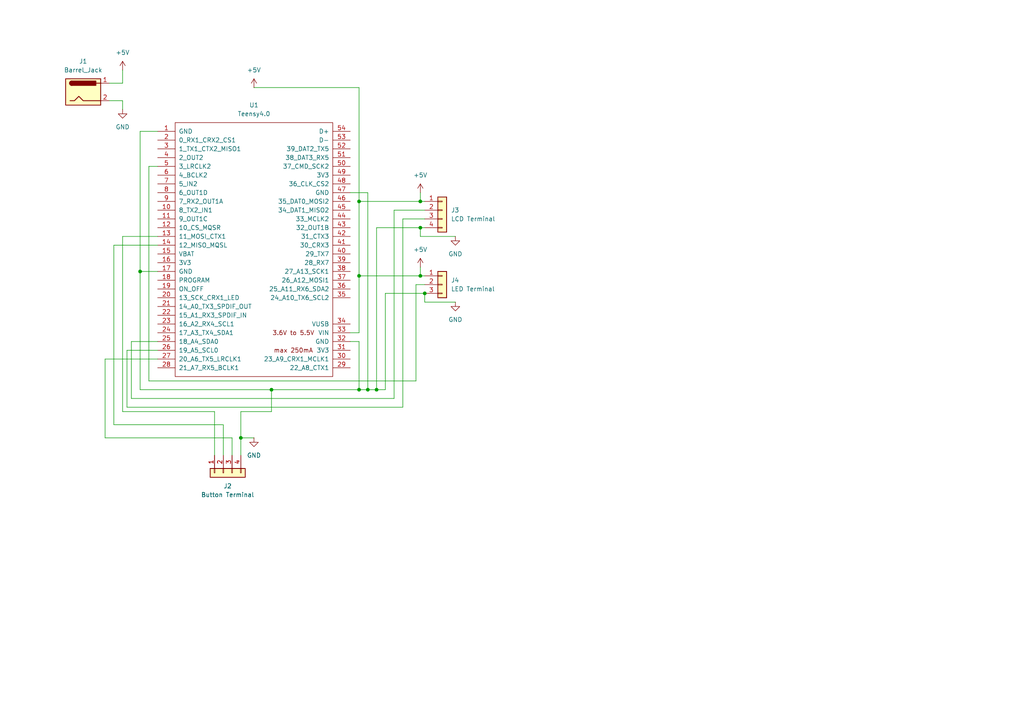
<source format=kicad_sch>
(kicad_sch
	(version 20231120)
	(generator "eeschema")
	(generator_version "8.0")
	(uuid "f73e7804-5c6f-4830-99b2-ffb38515eb28")
	(paper "A4")
	(lib_symbols
		(symbol "Connector:Barrel_Jack"
			(pin_names
				(offset 1.016)
			)
			(exclude_from_sim no)
			(in_bom yes)
			(on_board yes)
			(property "Reference" "J"
				(at 0 5.334 0)
				(effects
					(font
						(size 1.27 1.27)
					)
				)
			)
			(property "Value" "Barrel_Jack"
				(at 0 -5.08 0)
				(effects
					(font
						(size 1.27 1.27)
					)
				)
			)
			(property "Footprint" ""
				(at 1.27 -1.016 0)
				(effects
					(font
						(size 1.27 1.27)
					)
					(hide yes)
				)
			)
			(property "Datasheet" "~"
				(at 1.27 -1.016 0)
				(effects
					(font
						(size 1.27 1.27)
					)
					(hide yes)
				)
			)
			(property "Description" "DC Barrel Jack"
				(at 0 0 0)
				(effects
					(font
						(size 1.27 1.27)
					)
					(hide yes)
				)
			)
			(property "ki_keywords" "DC power barrel jack connector"
				(at 0 0 0)
				(effects
					(font
						(size 1.27 1.27)
					)
					(hide yes)
				)
			)
			(property "ki_fp_filters" "BarrelJack*"
				(at 0 0 0)
				(effects
					(font
						(size 1.27 1.27)
					)
					(hide yes)
				)
			)
			(symbol "Barrel_Jack_0_1"
				(rectangle
					(start -5.08 3.81)
					(end 5.08 -3.81)
					(stroke
						(width 0.254)
						(type default)
					)
					(fill
						(type background)
					)
				)
				(arc
					(start -3.302 3.175)
					(mid -3.9343 2.54)
					(end -3.302 1.905)
					(stroke
						(width 0.254)
						(type default)
					)
					(fill
						(type none)
					)
				)
				(arc
					(start -3.302 3.175)
					(mid -3.9343 2.54)
					(end -3.302 1.905)
					(stroke
						(width 0.254)
						(type default)
					)
					(fill
						(type outline)
					)
				)
				(polyline
					(pts
						(xy 5.08 2.54) (xy 3.81 2.54)
					)
					(stroke
						(width 0.254)
						(type default)
					)
					(fill
						(type none)
					)
				)
				(polyline
					(pts
						(xy -3.81 -2.54) (xy -2.54 -2.54) (xy -1.27 -1.27) (xy 0 -2.54) (xy 2.54 -2.54) (xy 5.08 -2.54)
					)
					(stroke
						(width 0.254)
						(type default)
					)
					(fill
						(type none)
					)
				)
				(rectangle
					(start 3.683 3.175)
					(end -3.302 1.905)
					(stroke
						(width 0.254)
						(type default)
					)
					(fill
						(type outline)
					)
				)
			)
			(symbol "Barrel_Jack_1_1"
				(pin passive line
					(at 7.62 2.54 180)
					(length 2.54)
					(name "~"
						(effects
							(font
								(size 1.27 1.27)
							)
						)
					)
					(number "1"
						(effects
							(font
								(size 1.27 1.27)
							)
						)
					)
				)
				(pin passive line
					(at 7.62 -2.54 180)
					(length 2.54)
					(name "~"
						(effects
							(font
								(size 1.27 1.27)
							)
						)
					)
					(number "2"
						(effects
							(font
								(size 1.27 1.27)
							)
						)
					)
				)
			)
		)
		(symbol "Connector_Generic:Conn_01x03"
			(pin_names
				(offset 1.016) hide)
			(exclude_from_sim no)
			(in_bom yes)
			(on_board yes)
			(property "Reference" "J"
				(at 0 5.08 0)
				(effects
					(font
						(size 1.27 1.27)
					)
				)
			)
			(property "Value" "Conn_01x03"
				(at 0 -5.08 0)
				(effects
					(font
						(size 1.27 1.27)
					)
				)
			)
			(property "Footprint" ""
				(at 0 0 0)
				(effects
					(font
						(size 1.27 1.27)
					)
					(hide yes)
				)
			)
			(property "Datasheet" "~"
				(at 0 0 0)
				(effects
					(font
						(size 1.27 1.27)
					)
					(hide yes)
				)
			)
			(property "Description" "Generic connector, single row, 01x03, script generated (kicad-library-utils/schlib/autogen/connector/)"
				(at 0 0 0)
				(effects
					(font
						(size 1.27 1.27)
					)
					(hide yes)
				)
			)
			(property "ki_keywords" "connector"
				(at 0 0 0)
				(effects
					(font
						(size 1.27 1.27)
					)
					(hide yes)
				)
			)
			(property "ki_fp_filters" "Connector*:*_1x??_*"
				(at 0 0 0)
				(effects
					(font
						(size 1.27 1.27)
					)
					(hide yes)
				)
			)
			(symbol "Conn_01x03_1_1"
				(rectangle
					(start -1.27 -2.413)
					(end 0 -2.667)
					(stroke
						(width 0.1524)
						(type default)
					)
					(fill
						(type none)
					)
				)
				(rectangle
					(start -1.27 0.127)
					(end 0 -0.127)
					(stroke
						(width 0.1524)
						(type default)
					)
					(fill
						(type none)
					)
				)
				(rectangle
					(start -1.27 2.667)
					(end 0 2.413)
					(stroke
						(width 0.1524)
						(type default)
					)
					(fill
						(type none)
					)
				)
				(rectangle
					(start -1.27 3.81)
					(end 1.27 -3.81)
					(stroke
						(width 0.254)
						(type default)
					)
					(fill
						(type background)
					)
				)
				(pin passive line
					(at -5.08 2.54 0)
					(length 3.81)
					(name "Pin_1"
						(effects
							(font
								(size 1.27 1.27)
							)
						)
					)
					(number "1"
						(effects
							(font
								(size 1.27 1.27)
							)
						)
					)
				)
				(pin passive line
					(at -5.08 0 0)
					(length 3.81)
					(name "Pin_2"
						(effects
							(font
								(size 1.27 1.27)
							)
						)
					)
					(number "2"
						(effects
							(font
								(size 1.27 1.27)
							)
						)
					)
				)
				(pin passive line
					(at -5.08 -2.54 0)
					(length 3.81)
					(name "Pin_3"
						(effects
							(font
								(size 1.27 1.27)
							)
						)
					)
					(number "3"
						(effects
							(font
								(size 1.27 1.27)
							)
						)
					)
				)
			)
		)
		(symbol "Connector_Generic:Conn_01x04"
			(pin_names
				(offset 1.016) hide)
			(exclude_from_sim no)
			(in_bom yes)
			(on_board yes)
			(property "Reference" "J"
				(at 0 5.08 0)
				(effects
					(font
						(size 1.27 1.27)
					)
				)
			)
			(property "Value" "Conn_01x04"
				(at 0 -7.62 0)
				(effects
					(font
						(size 1.27 1.27)
					)
				)
			)
			(property "Footprint" ""
				(at 0 0 0)
				(effects
					(font
						(size 1.27 1.27)
					)
					(hide yes)
				)
			)
			(property "Datasheet" "~"
				(at 0 0 0)
				(effects
					(font
						(size 1.27 1.27)
					)
					(hide yes)
				)
			)
			(property "Description" "Generic connector, single row, 01x04, script generated (kicad-library-utils/schlib/autogen/connector/)"
				(at 0 0 0)
				(effects
					(font
						(size 1.27 1.27)
					)
					(hide yes)
				)
			)
			(property "ki_keywords" "connector"
				(at 0 0 0)
				(effects
					(font
						(size 1.27 1.27)
					)
					(hide yes)
				)
			)
			(property "ki_fp_filters" "Connector*:*_1x??_*"
				(at 0 0 0)
				(effects
					(font
						(size 1.27 1.27)
					)
					(hide yes)
				)
			)
			(symbol "Conn_01x04_1_1"
				(rectangle
					(start -1.27 -4.953)
					(end 0 -5.207)
					(stroke
						(width 0.1524)
						(type default)
					)
					(fill
						(type none)
					)
				)
				(rectangle
					(start -1.27 -2.413)
					(end 0 -2.667)
					(stroke
						(width 0.1524)
						(type default)
					)
					(fill
						(type none)
					)
				)
				(rectangle
					(start -1.27 0.127)
					(end 0 -0.127)
					(stroke
						(width 0.1524)
						(type default)
					)
					(fill
						(type none)
					)
				)
				(rectangle
					(start -1.27 2.667)
					(end 0 2.413)
					(stroke
						(width 0.1524)
						(type default)
					)
					(fill
						(type none)
					)
				)
				(rectangle
					(start -1.27 3.81)
					(end 1.27 -6.35)
					(stroke
						(width 0.254)
						(type default)
					)
					(fill
						(type background)
					)
				)
				(pin passive line
					(at -5.08 2.54 0)
					(length 3.81)
					(name "Pin_1"
						(effects
							(font
								(size 1.27 1.27)
							)
						)
					)
					(number "1"
						(effects
							(font
								(size 1.27 1.27)
							)
						)
					)
				)
				(pin passive line
					(at -5.08 0 0)
					(length 3.81)
					(name "Pin_2"
						(effects
							(font
								(size 1.27 1.27)
							)
						)
					)
					(number "2"
						(effects
							(font
								(size 1.27 1.27)
							)
						)
					)
				)
				(pin passive line
					(at -5.08 -2.54 0)
					(length 3.81)
					(name "Pin_3"
						(effects
							(font
								(size 1.27 1.27)
							)
						)
					)
					(number "3"
						(effects
							(font
								(size 1.27 1.27)
							)
						)
					)
				)
				(pin passive line
					(at -5.08 -5.08 0)
					(length 3.81)
					(name "Pin_4"
						(effects
							(font
								(size 1.27 1.27)
							)
						)
					)
					(number "4"
						(effects
							(font
								(size 1.27 1.27)
							)
						)
					)
				)
			)
		)
		(symbol "power:+5V"
			(power)
			(pin_numbers hide)
			(pin_names
				(offset 0) hide)
			(exclude_from_sim no)
			(in_bom yes)
			(on_board yes)
			(property "Reference" "#PWR"
				(at 0 -3.81 0)
				(effects
					(font
						(size 1.27 1.27)
					)
					(hide yes)
				)
			)
			(property "Value" "+5V"
				(at 0 3.556 0)
				(effects
					(font
						(size 1.27 1.27)
					)
				)
			)
			(property "Footprint" ""
				(at 0 0 0)
				(effects
					(font
						(size 1.27 1.27)
					)
					(hide yes)
				)
			)
			(property "Datasheet" ""
				(at 0 0 0)
				(effects
					(font
						(size 1.27 1.27)
					)
					(hide yes)
				)
			)
			(property "Description" "Power symbol creates a global label with name \"+5V\""
				(at 0 0 0)
				(effects
					(font
						(size 1.27 1.27)
					)
					(hide yes)
				)
			)
			(property "ki_keywords" "global power"
				(at 0 0 0)
				(effects
					(font
						(size 1.27 1.27)
					)
					(hide yes)
				)
			)
			(symbol "+5V_0_1"
				(polyline
					(pts
						(xy -0.762 1.27) (xy 0 2.54)
					)
					(stroke
						(width 0)
						(type default)
					)
					(fill
						(type none)
					)
				)
				(polyline
					(pts
						(xy 0 0) (xy 0 2.54)
					)
					(stroke
						(width 0)
						(type default)
					)
					(fill
						(type none)
					)
				)
				(polyline
					(pts
						(xy 0 2.54) (xy 0.762 1.27)
					)
					(stroke
						(width 0)
						(type default)
					)
					(fill
						(type none)
					)
				)
			)
			(symbol "+5V_1_1"
				(pin power_in line
					(at 0 0 90)
					(length 0)
					(name "~"
						(effects
							(font
								(size 1.27 1.27)
							)
						)
					)
					(number "1"
						(effects
							(font
								(size 1.27 1.27)
							)
						)
					)
				)
			)
		)
		(symbol "power:GND"
			(power)
			(pin_numbers hide)
			(pin_names
				(offset 0) hide)
			(exclude_from_sim no)
			(in_bom yes)
			(on_board yes)
			(property "Reference" "#PWR"
				(at 0 -6.35 0)
				(effects
					(font
						(size 1.27 1.27)
					)
					(hide yes)
				)
			)
			(property "Value" "GND"
				(at 0 -3.81 0)
				(effects
					(font
						(size 1.27 1.27)
					)
				)
			)
			(property "Footprint" ""
				(at 0 0 0)
				(effects
					(font
						(size 1.27 1.27)
					)
					(hide yes)
				)
			)
			(property "Datasheet" ""
				(at 0 0 0)
				(effects
					(font
						(size 1.27 1.27)
					)
					(hide yes)
				)
			)
			(property "Description" "Power symbol creates a global label with name \"GND\" , ground"
				(at 0 0 0)
				(effects
					(font
						(size 1.27 1.27)
					)
					(hide yes)
				)
			)
			(property "ki_keywords" "global power"
				(at 0 0 0)
				(effects
					(font
						(size 1.27 1.27)
					)
					(hide yes)
				)
			)
			(symbol "GND_0_1"
				(polyline
					(pts
						(xy 0 0) (xy 0 -1.27) (xy 1.27 -1.27) (xy 0 -2.54) (xy -1.27 -1.27) (xy 0 -1.27)
					)
					(stroke
						(width 0)
						(type default)
					)
					(fill
						(type none)
					)
				)
			)
			(symbol "GND_1_1"
				(pin power_in line
					(at 0 0 270)
					(length 0)
					(name "~"
						(effects
							(font
								(size 1.27 1.27)
							)
						)
					)
					(number "1"
						(effects
							(font
								(size 1.27 1.27)
							)
						)
					)
				)
			)
		)
		(symbol "teensy:Teensy4.0"
			(pin_names
				(offset 1.016)
			)
			(exclude_from_sim no)
			(in_bom yes)
			(on_board yes)
			(property "Reference" "U"
				(at 0 39.37 0)
				(effects
					(font
						(size 1.27 1.27)
					)
				)
			)
			(property "Value" "Teensy4.0"
				(at 0 -39.37 0)
				(effects
					(font
						(size 1.27 1.27)
					)
				)
			)
			(property "Footprint" ""
				(at -10.16 5.08 0)
				(effects
					(font
						(size 1.27 1.27)
					)
					(hide yes)
				)
			)
			(property "Datasheet" ""
				(at -10.16 5.08 0)
				(effects
					(font
						(size 1.27 1.27)
					)
					(hide yes)
				)
			)
			(property "Description" ""
				(at 0 0 0)
				(effects
					(font
						(size 1.27 1.27)
					)
					(hide yes)
				)
			)
			(symbol "Teensy4.0_0_0"
				(text "3.6V to 5.5V"
					(at 11.43 -24.13 0)
					(effects
						(font
							(size 1.27 1.27)
						)
					)
				)
				(text "max 250mA"
					(at 11.43 -29.21 0)
					(effects
						(font
							(size 1.27 1.27)
						)
					)
				)
				(pin bidirectional line
					(at -27.94 11.43 0)
					(length 5.08)
					(name "8_TX2_IN1"
						(effects
							(font
								(size 1.27 1.27)
							)
						)
					)
					(number "10"
						(effects
							(font
								(size 1.27 1.27)
							)
						)
					)
				)
				(pin bidirectional line
					(at -27.94 8.89 0)
					(length 5.08)
					(name "9_OUT1C"
						(effects
							(font
								(size 1.27 1.27)
							)
						)
					)
					(number "11"
						(effects
							(font
								(size 1.27 1.27)
							)
						)
					)
				)
				(pin bidirectional line
					(at -27.94 6.35 0)
					(length 5.08)
					(name "10_CS_MQSR"
						(effects
							(font
								(size 1.27 1.27)
							)
						)
					)
					(number "12"
						(effects
							(font
								(size 1.27 1.27)
							)
						)
					)
				)
				(pin bidirectional line
					(at -27.94 3.81 0)
					(length 5.08)
					(name "11_MOSI_CTX1"
						(effects
							(font
								(size 1.27 1.27)
							)
						)
					)
					(number "13"
						(effects
							(font
								(size 1.27 1.27)
							)
						)
					)
				)
				(pin bidirectional line
					(at -27.94 1.27 0)
					(length 5.08)
					(name "12_MISO_MQSL"
						(effects
							(font
								(size 1.27 1.27)
							)
						)
					)
					(number "14"
						(effects
							(font
								(size 1.27 1.27)
							)
						)
					)
				)
				(pin power_in line
					(at -27.94 -1.27 0)
					(length 5.08)
					(name "VBAT"
						(effects
							(font
								(size 1.27 1.27)
							)
						)
					)
					(number "15"
						(effects
							(font
								(size 1.27 1.27)
							)
						)
					)
				)
				(pin power_in line
					(at -27.94 -3.81 0)
					(length 5.08)
					(name "3V3"
						(effects
							(font
								(size 1.27 1.27)
							)
						)
					)
					(number "16"
						(effects
							(font
								(size 1.27 1.27)
							)
						)
					)
				)
				(pin power_in line
					(at -27.94 -6.35 0)
					(length 5.08)
					(name "GND"
						(effects
							(font
								(size 1.27 1.27)
							)
						)
					)
					(number "17"
						(effects
							(font
								(size 1.27 1.27)
							)
						)
					)
				)
				(pin input line
					(at -27.94 -8.89 0)
					(length 5.08)
					(name "PROGRAM"
						(effects
							(font
								(size 1.27 1.27)
							)
						)
					)
					(number "18"
						(effects
							(font
								(size 1.27 1.27)
							)
						)
					)
				)
				(pin input line
					(at -27.94 -11.43 0)
					(length 5.08)
					(name "ON_OFF"
						(effects
							(font
								(size 1.27 1.27)
							)
						)
					)
					(number "19"
						(effects
							(font
								(size 1.27 1.27)
							)
						)
					)
				)
				(pin bidirectional line
					(at -27.94 -13.97 0)
					(length 5.08)
					(name "13_SCK_CRX1_LED"
						(effects
							(font
								(size 1.27 1.27)
							)
						)
					)
					(number "20"
						(effects
							(font
								(size 1.27 1.27)
							)
						)
					)
				)
				(pin bidirectional line
					(at -27.94 -16.51 0)
					(length 5.08)
					(name "14_A0_TX3_SPDIF_OUT"
						(effects
							(font
								(size 1.27 1.27)
							)
						)
					)
					(number "21"
						(effects
							(font
								(size 1.27 1.27)
							)
						)
					)
				)
				(pin bidirectional line
					(at -27.94 -19.05 0)
					(length 5.08)
					(name "15_A1_RX3_SPDIF_IN"
						(effects
							(font
								(size 1.27 1.27)
							)
						)
					)
					(number "22"
						(effects
							(font
								(size 1.27 1.27)
							)
						)
					)
				)
				(pin bidirectional line
					(at -27.94 -21.59 0)
					(length 5.08)
					(name "16_A2_RX4_SCL1"
						(effects
							(font
								(size 1.27 1.27)
							)
						)
					)
					(number "23"
						(effects
							(font
								(size 1.27 1.27)
							)
						)
					)
				)
				(pin bidirectional line
					(at -27.94 -24.13 0)
					(length 5.08)
					(name "17_A3_TX4_SDA1"
						(effects
							(font
								(size 1.27 1.27)
							)
						)
					)
					(number "24"
						(effects
							(font
								(size 1.27 1.27)
							)
						)
					)
				)
				(pin bidirectional line
					(at -27.94 -26.67 0)
					(length 5.08)
					(name "18_A4_SDA0"
						(effects
							(font
								(size 1.27 1.27)
							)
						)
					)
					(number "25"
						(effects
							(font
								(size 1.27 1.27)
							)
						)
					)
				)
				(pin bidirectional line
					(at -27.94 -29.21 0)
					(length 5.08)
					(name "19_A5_SCL0"
						(effects
							(font
								(size 1.27 1.27)
							)
						)
					)
					(number "26"
						(effects
							(font
								(size 1.27 1.27)
							)
						)
					)
				)
				(pin bidirectional line
					(at -27.94 -31.75 0)
					(length 5.08)
					(name "20_A6_TX5_LRCLK1"
						(effects
							(font
								(size 1.27 1.27)
							)
						)
					)
					(number "27"
						(effects
							(font
								(size 1.27 1.27)
							)
						)
					)
				)
				(pin bidirectional line
					(at -27.94 -34.29 0)
					(length 5.08)
					(name "21_A7_RX5_BCLK1"
						(effects
							(font
								(size 1.27 1.27)
							)
						)
					)
					(number "28"
						(effects
							(font
								(size 1.27 1.27)
							)
						)
					)
				)
				(pin bidirectional line
					(at 27.94 -34.29 180)
					(length 5.08)
					(name "22_A8_CTX1"
						(effects
							(font
								(size 1.27 1.27)
							)
						)
					)
					(number "29"
						(effects
							(font
								(size 1.27 1.27)
							)
						)
					)
				)
				(pin bidirectional line
					(at 27.94 -31.75 180)
					(length 5.08)
					(name "23_A9_CRX1_MCLK1"
						(effects
							(font
								(size 1.27 1.27)
							)
						)
					)
					(number "30"
						(effects
							(font
								(size 1.27 1.27)
							)
						)
					)
				)
				(pin power_out line
					(at 27.94 -29.21 180)
					(length 5.08)
					(name "3V3"
						(effects
							(font
								(size 1.27 1.27)
							)
						)
					)
					(number "31"
						(effects
							(font
								(size 1.27 1.27)
							)
						)
					)
				)
				(pin power_in line
					(at 27.94 -26.67 180)
					(length 5.08)
					(name "GND"
						(effects
							(font
								(size 1.27 1.27)
							)
						)
					)
					(number "32"
						(effects
							(font
								(size 1.27 1.27)
							)
						)
					)
				)
				(pin power_in line
					(at 27.94 -24.13 180)
					(length 5.08)
					(name "VIN"
						(effects
							(font
								(size 1.27 1.27)
							)
						)
					)
					(number "33"
						(effects
							(font
								(size 1.27 1.27)
							)
						)
					)
				)
				(pin power_out line
					(at 27.94 -21.59 180)
					(length 5.08)
					(name "VUSB"
						(effects
							(font
								(size 1.27 1.27)
							)
						)
					)
					(number "34"
						(effects
							(font
								(size 1.27 1.27)
							)
						)
					)
				)
				(pin bidirectional line
					(at 27.94 -13.97 180)
					(length 5.08)
					(name "24_A10_TX6_SCL2"
						(effects
							(font
								(size 1.27 1.27)
							)
						)
					)
					(number "35"
						(effects
							(font
								(size 1.27 1.27)
							)
						)
					)
				)
				(pin bidirectional line
					(at 27.94 -11.43 180)
					(length 5.08)
					(name "25_A11_RX6_SDA2"
						(effects
							(font
								(size 1.27 1.27)
							)
						)
					)
					(number "36"
						(effects
							(font
								(size 1.27 1.27)
							)
						)
					)
				)
				(pin bidirectional line
					(at 27.94 -8.89 180)
					(length 5.08)
					(name "26_A12_MOSI1"
						(effects
							(font
								(size 1.27 1.27)
							)
						)
					)
					(number "37"
						(effects
							(font
								(size 1.27 1.27)
							)
						)
					)
				)
				(pin bidirectional line
					(at 27.94 -6.35 180)
					(length 5.08)
					(name "27_A13_SCK1"
						(effects
							(font
								(size 1.27 1.27)
							)
						)
					)
					(number "38"
						(effects
							(font
								(size 1.27 1.27)
							)
						)
					)
				)
				(pin bidirectional line
					(at 27.94 -3.81 180)
					(length 5.08)
					(name "28_RX7"
						(effects
							(font
								(size 1.27 1.27)
							)
						)
					)
					(number "39"
						(effects
							(font
								(size 1.27 1.27)
							)
						)
					)
				)
				(pin bidirectional line
					(at 27.94 -1.27 180)
					(length 5.08)
					(name "29_TX7"
						(effects
							(font
								(size 1.27 1.27)
							)
						)
					)
					(number "40"
						(effects
							(font
								(size 1.27 1.27)
							)
						)
					)
				)
				(pin bidirectional line
					(at 27.94 1.27 180)
					(length 5.08)
					(name "30_CRX3"
						(effects
							(font
								(size 1.27 1.27)
							)
						)
					)
					(number "41"
						(effects
							(font
								(size 1.27 1.27)
							)
						)
					)
				)
				(pin bidirectional line
					(at 27.94 3.81 180)
					(length 5.08)
					(name "31_CTX3"
						(effects
							(font
								(size 1.27 1.27)
							)
						)
					)
					(number "42"
						(effects
							(font
								(size 1.27 1.27)
							)
						)
					)
				)
				(pin bidirectional line
					(at 27.94 6.35 180)
					(length 5.08)
					(name "32_OUT1B"
						(effects
							(font
								(size 1.27 1.27)
							)
						)
					)
					(number "43"
						(effects
							(font
								(size 1.27 1.27)
							)
						)
					)
				)
				(pin bidirectional line
					(at 27.94 8.89 180)
					(length 5.08)
					(name "33_MCLK2"
						(effects
							(font
								(size 1.27 1.27)
							)
						)
					)
					(number "44"
						(effects
							(font
								(size 1.27 1.27)
							)
						)
					)
				)
				(pin bidirectional line
					(at 27.94 11.43 180)
					(length 5.08)
					(name "34_DAT1_MISO2"
						(effects
							(font
								(size 1.27 1.27)
							)
						)
					)
					(number "45"
						(effects
							(font
								(size 1.27 1.27)
							)
						)
					)
				)
				(pin bidirectional line
					(at 27.94 13.97 180)
					(length 5.08)
					(name "35_DAT0_MOSI2"
						(effects
							(font
								(size 1.27 1.27)
							)
						)
					)
					(number "46"
						(effects
							(font
								(size 1.27 1.27)
							)
						)
					)
				)
				(pin power_out line
					(at 27.94 16.51 180)
					(length 5.08)
					(name "GND"
						(effects
							(font
								(size 1.27 1.27)
							)
						)
					)
					(number "47"
						(effects
							(font
								(size 1.27 1.27)
							)
						)
					)
				)
				(pin bidirectional line
					(at 27.94 19.05 180)
					(length 5.08)
					(name "36_CLK_CS2"
						(effects
							(font
								(size 1.27 1.27)
							)
						)
					)
					(number "48"
						(effects
							(font
								(size 1.27 1.27)
							)
						)
					)
				)
				(pin power_out line
					(at 27.94 21.59 180)
					(length 5.08)
					(name "3V3"
						(effects
							(font
								(size 1.27 1.27)
							)
						)
					)
					(number "49"
						(effects
							(font
								(size 1.27 1.27)
							)
						)
					)
				)
				(pin bidirectional line
					(at -27.94 24.13 0)
					(length 5.08)
					(name "3_LRCLK2"
						(effects
							(font
								(size 1.27 1.27)
							)
						)
					)
					(number "5"
						(effects
							(font
								(size 1.27 1.27)
							)
						)
					)
				)
				(pin bidirectional line
					(at 27.94 24.13 180)
					(length 5.08)
					(name "37_CMD_SCK2"
						(effects
							(font
								(size 1.27 1.27)
							)
						)
					)
					(number "50"
						(effects
							(font
								(size 1.27 1.27)
							)
						)
					)
				)
				(pin bidirectional line
					(at 27.94 26.67 180)
					(length 5.08)
					(name "38_DAT3_RX5"
						(effects
							(font
								(size 1.27 1.27)
							)
						)
					)
					(number "51"
						(effects
							(font
								(size 1.27 1.27)
							)
						)
					)
				)
				(pin bidirectional line
					(at 27.94 29.21 180)
					(length 5.08)
					(name "39_DAT2_TX5"
						(effects
							(font
								(size 1.27 1.27)
							)
						)
					)
					(number "52"
						(effects
							(font
								(size 1.27 1.27)
							)
						)
					)
				)
				(pin bidirectional line
					(at 27.94 31.75 180)
					(length 5.08)
					(name "D-"
						(effects
							(font
								(size 1.27 1.27)
							)
						)
					)
					(number "53"
						(effects
							(font
								(size 1.27 1.27)
							)
						)
					)
				)
				(pin bidirectional line
					(at 27.94 34.29 180)
					(length 5.08)
					(name "D+"
						(effects
							(font
								(size 1.27 1.27)
							)
						)
					)
					(number "54"
						(effects
							(font
								(size 1.27 1.27)
							)
						)
					)
				)
				(pin bidirectional line
					(at -27.94 21.59 0)
					(length 5.08)
					(name "4_BCLK2"
						(effects
							(font
								(size 1.27 1.27)
							)
						)
					)
					(number "6"
						(effects
							(font
								(size 1.27 1.27)
							)
						)
					)
				)
				(pin bidirectional line
					(at -27.94 19.05 0)
					(length 5.08)
					(name "5_IN2"
						(effects
							(font
								(size 1.27 1.27)
							)
						)
					)
					(number "7"
						(effects
							(font
								(size 1.27 1.27)
							)
						)
					)
				)
				(pin bidirectional line
					(at -27.94 16.51 0)
					(length 5.08)
					(name "6_OUT1D"
						(effects
							(font
								(size 1.27 1.27)
							)
						)
					)
					(number "8"
						(effects
							(font
								(size 1.27 1.27)
							)
						)
					)
				)
				(pin bidirectional line
					(at -27.94 13.97 0)
					(length 5.08)
					(name "7_RX2_OUT1A"
						(effects
							(font
								(size 1.27 1.27)
							)
						)
					)
					(number "9"
						(effects
							(font
								(size 1.27 1.27)
							)
						)
					)
				)
			)
			(symbol "Teensy4.0_0_1"
				(rectangle
					(start -22.86 36.83)
					(end 22.86 -36.83)
					(stroke
						(width 0)
						(type solid)
					)
					(fill
						(type none)
					)
				)
				(rectangle
					(start -20.32 -31.75)
					(end -20.32 -31.75)
					(stroke
						(width 0)
						(type solid)
					)
					(fill
						(type none)
					)
				)
			)
			(symbol "Teensy4.0_1_1"
				(pin power_in line
					(at -27.94 34.29 0)
					(length 5.08)
					(name "GND"
						(effects
							(font
								(size 1.27 1.27)
							)
						)
					)
					(number "1"
						(effects
							(font
								(size 1.27 1.27)
							)
						)
					)
				)
				(pin bidirectional line
					(at -27.94 31.75 0)
					(length 5.08)
					(name "0_RX1_CRX2_CS1"
						(effects
							(font
								(size 1.27 1.27)
							)
						)
					)
					(number "2"
						(effects
							(font
								(size 1.27 1.27)
							)
						)
					)
				)
				(pin bidirectional line
					(at -27.94 29.21 0)
					(length 5.08)
					(name "1_TX1_CTX2_MISO1"
						(effects
							(font
								(size 1.27 1.27)
							)
						)
					)
					(number "3"
						(effects
							(font
								(size 1.27 1.27)
							)
						)
					)
				)
				(pin bidirectional line
					(at -27.94 26.67 0)
					(length 5.08)
					(name "2_OUT2"
						(effects
							(font
								(size 1.27 1.27)
							)
						)
					)
					(number "4"
						(effects
							(font
								(size 1.27 1.27)
							)
						)
					)
				)
			)
		)
	)
	(junction
		(at 121.92 66.04)
		(diameter 0)
		(color 0 0 0 0)
		(uuid "1161207b-8bd6-423b-8223-8efddb57ac52")
	)
	(junction
		(at 69.85 127)
		(diameter 0)
		(color 0 0 0 0)
		(uuid "22948cd7-ea60-4eca-806d-56d6cf1c66bb")
	)
	(junction
		(at 106.68 113.03)
		(diameter 0)
		(color 0 0 0 0)
		(uuid "53c8530f-6c09-4a32-9092-9c4bb4cd1f32")
	)
	(junction
		(at 40.64 78.74)
		(diameter 0)
		(color 0 0 0 0)
		(uuid "6181d129-3318-4d4a-998c-b86bce954787")
	)
	(junction
		(at 78.74 113.03)
		(diameter 0)
		(color 0 0 0 0)
		(uuid "63cd83a2-8f81-4f20-8ad0-c4ffc6941f14")
	)
	(junction
		(at 104.14 113.03)
		(diameter 0)
		(color 0 0 0 0)
		(uuid "75100ac8-4008-4858-8d99-42d5d0f26ec5")
	)
	(junction
		(at 121.92 80.01)
		(diameter 0)
		(color 0 0 0 0)
		(uuid "8e4f2170-7bfa-4e1a-aa31-6810227a09cd")
	)
	(junction
		(at 121.92 58.42)
		(diameter 0)
		(color 0 0 0 0)
		(uuid "9b5773a5-9764-4ecc-aa8b-ca9676ab522b")
	)
	(junction
		(at 104.14 58.42)
		(diameter 0)
		(color 0 0 0 0)
		(uuid "9cf39b4d-58f6-47e6-8ce3-ea1d9a187ba3")
	)
	(junction
		(at 123.19 85.09)
		(diameter 0)
		(color 0 0 0 0)
		(uuid "ad2a5875-6b0f-47ae-bb89-14e59bfd561b")
	)
	(junction
		(at 104.14 80.01)
		(diameter 0)
		(color 0 0 0 0)
		(uuid "ebff1830-2879-4385-a947-b2c528ee1745")
	)
	(junction
		(at 109.22 113.03)
		(diameter 0)
		(color 0 0 0 0)
		(uuid "fc586fda-71a6-4bea-b4ae-5d59681ad7fd")
	)
	(wire
		(pts
			(xy 38.1 115.57) (xy 114.3 115.57)
		)
		(stroke
			(width 0)
			(type default)
		)
		(uuid "04fbf91d-8a7d-4b42-b8c1-3dd2bb34767b")
	)
	(wire
		(pts
			(xy 104.14 58.42) (xy 104.14 80.01)
		)
		(stroke
			(width 0)
			(type default)
		)
		(uuid "05a164c9-eed0-4782-af7f-0d8a58e296d7")
	)
	(wire
		(pts
			(xy 33.02 123.19) (xy 64.77 123.19)
		)
		(stroke
			(width 0)
			(type default)
		)
		(uuid "0ab60db8-6327-40de-b548-be5aa3ddf927")
	)
	(wire
		(pts
			(xy 43.18 48.26) (xy 43.18 110.49)
		)
		(stroke
			(width 0)
			(type default)
		)
		(uuid "0ad8c611-ada5-4fd0-bac6-60dcc8ddfd82")
	)
	(wire
		(pts
			(xy 64.77 123.19) (xy 64.77 132.08)
		)
		(stroke
			(width 0)
			(type default)
		)
		(uuid "0ae3ea45-9667-4484-91df-017d0e1578b1")
	)
	(wire
		(pts
			(xy 35.56 119.38) (xy 62.23 119.38)
		)
		(stroke
			(width 0)
			(type default)
		)
		(uuid "0be61933-ca5f-410e-8826-debf90a180ff")
	)
	(wire
		(pts
			(xy 40.64 78.74) (xy 45.72 78.74)
		)
		(stroke
			(width 0)
			(type default)
		)
		(uuid "110f7406-c3b1-4e50-837d-a9c6759cbc73")
	)
	(wire
		(pts
			(xy 78.74 113.03) (xy 78.74 119.38)
		)
		(stroke
			(width 0)
			(type default)
		)
		(uuid "124b3f8d-c686-4dfa-ab21-c830e0902f97")
	)
	(wire
		(pts
			(xy 123.19 87.63) (xy 132.08 87.63)
		)
		(stroke
			(width 0)
			(type default)
		)
		(uuid "18323a7f-d387-4479-bb21-b5642979f149")
	)
	(wire
		(pts
			(xy 78.74 119.38) (xy 69.85 119.38)
		)
		(stroke
			(width 0)
			(type default)
		)
		(uuid "1886719b-1196-489f-afe5-bd8f94834aa5")
	)
	(wire
		(pts
			(xy 45.72 99.06) (xy 38.1 99.06)
		)
		(stroke
			(width 0)
			(type default)
		)
		(uuid "1d1fdc83-799b-4938-8988-b6f9a6f15e64")
	)
	(wire
		(pts
			(xy 101.6 99.06) (xy 104.14 99.06)
		)
		(stroke
			(width 0)
			(type default)
		)
		(uuid "1e63f9cf-a36c-4431-93ea-20745ff4d7d2")
	)
	(wire
		(pts
			(xy 116.84 118.11) (xy 36.83 118.11)
		)
		(stroke
			(width 0)
			(type default)
		)
		(uuid "21be3d44-2175-46e4-a4bf-c5aa8ecbbc17")
	)
	(wire
		(pts
			(xy 35.56 68.58) (xy 35.56 119.38)
		)
		(stroke
			(width 0)
			(type default)
		)
		(uuid "24f2b72b-c28d-4e09-8868-676aae1cc812")
	)
	(wire
		(pts
			(xy 120.65 82.55) (xy 120.65 110.49)
		)
		(stroke
			(width 0)
			(type default)
		)
		(uuid "2f34173b-46b2-4e9e-a9c0-f3973e684e40")
	)
	(wire
		(pts
			(xy 40.64 38.1) (xy 40.64 78.74)
		)
		(stroke
			(width 0)
			(type default)
		)
		(uuid "2ffa8896-e36d-4c9e-8b35-ad88993c20ff")
	)
	(wire
		(pts
			(xy 36.83 101.6) (xy 45.72 101.6)
		)
		(stroke
			(width 0)
			(type default)
		)
		(uuid "309b1954-657f-4a67-a428-3c2d87d8ce1a")
	)
	(wire
		(pts
			(xy 109.22 113.03) (xy 106.68 113.03)
		)
		(stroke
			(width 0)
			(type default)
		)
		(uuid "315726d1-9661-4ba6-831a-50c5e76a7254")
	)
	(wire
		(pts
			(xy 114.3 60.96) (xy 123.19 60.96)
		)
		(stroke
			(width 0)
			(type default)
		)
		(uuid "324d68b6-1729-4bbc-a3ba-3364e25439a5")
	)
	(wire
		(pts
			(xy 62.23 119.38) (xy 62.23 132.08)
		)
		(stroke
			(width 0)
			(type default)
		)
		(uuid "3280ee26-0459-418e-981c-f32fafc19a19")
	)
	(wire
		(pts
			(xy 104.14 25.4) (xy 104.14 58.42)
		)
		(stroke
			(width 0)
			(type default)
		)
		(uuid "33a3a31a-9087-49b9-b409-e20439e0be08")
	)
	(wire
		(pts
			(xy 69.85 127) (xy 69.85 132.08)
		)
		(stroke
			(width 0)
			(type default)
		)
		(uuid "34ddb371-5ea8-477d-a32b-b715eafb32bb")
	)
	(wire
		(pts
			(xy 114.3 115.57) (xy 114.3 60.96)
		)
		(stroke
			(width 0)
			(type default)
		)
		(uuid "350b6f64-3824-4ff4-a1d8-99b9aaac6b15")
	)
	(wire
		(pts
			(xy 111.76 113.03) (xy 109.22 113.03)
		)
		(stroke
			(width 0)
			(type default)
		)
		(uuid "388a94a7-0611-4e8f-a144-82d7fa11684a")
	)
	(wire
		(pts
			(xy 69.85 119.38) (xy 69.85 127)
		)
		(stroke
			(width 0)
			(type default)
		)
		(uuid "3b3741ac-b387-47b6-b2c6-55b330e7a3d4")
	)
	(wire
		(pts
			(xy 35.56 68.58) (xy 45.72 68.58)
		)
		(stroke
			(width 0)
			(type default)
		)
		(uuid "422a4179-8f3a-4da8-b47c-98ea755d9b67")
	)
	(wire
		(pts
			(xy 40.64 78.74) (xy 40.64 113.03)
		)
		(stroke
			(width 0)
			(type default)
		)
		(uuid "436bc77e-6b5c-4aa2-81f6-d9f6b927b787")
	)
	(wire
		(pts
			(xy 104.14 99.06) (xy 104.14 113.03)
		)
		(stroke
			(width 0)
			(type default)
		)
		(uuid "43aa4fd8-cac4-47bc-9cfe-a7cc88dd592f")
	)
	(wire
		(pts
			(xy 111.76 85.09) (xy 123.19 85.09)
		)
		(stroke
			(width 0)
			(type default)
		)
		(uuid "4ade6213-a191-4c0f-9a95-72245859193f")
	)
	(wire
		(pts
			(xy 67.31 127) (xy 67.31 132.08)
		)
		(stroke
			(width 0)
			(type default)
		)
		(uuid "5506a252-705c-4e9c-90e7-a975994aae5c")
	)
	(wire
		(pts
			(xy 109.22 66.04) (xy 121.92 66.04)
		)
		(stroke
			(width 0)
			(type default)
		)
		(uuid "57c9da22-e77e-498b-bfdb-9b1a77dfda5e")
	)
	(wire
		(pts
			(xy 123.19 82.55) (xy 120.65 82.55)
		)
		(stroke
			(width 0)
			(type default)
		)
		(uuid "5825df2f-b52b-46a9-ad9a-8805c0141ab7")
	)
	(wire
		(pts
			(xy 121.92 66.04) (xy 121.92 68.58)
		)
		(stroke
			(width 0)
			(type default)
		)
		(uuid "5c5221a9-aef1-4cd3-991c-13f398ea5318")
	)
	(wire
		(pts
			(xy 106.68 55.88) (xy 106.68 113.03)
		)
		(stroke
			(width 0)
			(type default)
		)
		(uuid "5d0b00d1-858b-4587-a91e-12f553dec6e1")
	)
	(wire
		(pts
			(xy 31.75 29.21) (xy 35.56 29.21)
		)
		(stroke
			(width 0)
			(type default)
		)
		(uuid "5f50d6f1-07c8-4c03-b7e2-03ee7c05b66d")
	)
	(wire
		(pts
			(xy 33.02 71.12) (xy 33.02 123.19)
		)
		(stroke
			(width 0)
			(type default)
		)
		(uuid "6d8d329a-ac8f-4c8b-87f4-4c041814fa1f")
	)
	(wire
		(pts
			(xy 104.14 96.52) (xy 101.6 96.52)
		)
		(stroke
			(width 0)
			(type default)
		)
		(uuid "721e6b8a-2759-4218-8b0a-e93f19b7af0e")
	)
	(wire
		(pts
			(xy 121.92 68.58) (xy 132.08 68.58)
		)
		(stroke
			(width 0)
			(type default)
		)
		(uuid "7484e5e7-ab44-4510-a07e-ba8be6eceab8")
	)
	(wire
		(pts
			(xy 30.48 104.14) (xy 30.48 127)
		)
		(stroke
			(width 0)
			(type default)
		)
		(uuid "74d8b225-7b59-45bc-af5f-ee9114751dea")
	)
	(wire
		(pts
			(xy 104.14 80.01) (xy 121.92 80.01)
		)
		(stroke
			(width 0)
			(type default)
		)
		(uuid "8272319e-cca4-4ded-b7e0-a6ea6676f5db")
	)
	(wire
		(pts
			(xy 121.92 66.04) (xy 123.19 66.04)
		)
		(stroke
			(width 0)
			(type default)
		)
		(uuid "82b261cd-a79e-4612-8cd3-5773b0309f9f")
	)
	(wire
		(pts
			(xy 45.72 38.1) (xy 40.64 38.1)
		)
		(stroke
			(width 0)
			(type default)
		)
		(uuid "8b217e53-afe6-4183-ae7c-b03204f850f0")
	)
	(wire
		(pts
			(xy 109.22 66.04) (xy 109.22 113.03)
		)
		(stroke
			(width 0)
			(type default)
		)
		(uuid "8c6a281d-a089-431e-8819-f6d1c7f93d4e")
	)
	(wire
		(pts
			(xy 45.72 71.12) (xy 33.02 71.12)
		)
		(stroke
			(width 0)
			(type default)
		)
		(uuid "8e789e45-a65b-454c-81db-e1d150cc2204")
	)
	(wire
		(pts
			(xy 121.92 77.47) (xy 121.92 80.01)
		)
		(stroke
			(width 0)
			(type default)
		)
		(uuid "9889532d-dc41-47a9-8454-168b57a119a2")
	)
	(wire
		(pts
			(xy 35.56 20.32) (xy 35.56 24.13)
		)
		(stroke
			(width 0)
			(type default)
		)
		(uuid "9ece3fd2-f3f4-4d55-9a56-03184342dee5")
	)
	(wire
		(pts
			(xy 121.92 80.01) (xy 123.19 80.01)
		)
		(stroke
			(width 0)
			(type default)
		)
		(uuid "a4a0e9b5-7765-4019-8264-df86a680bca2")
	)
	(wire
		(pts
			(xy 45.72 48.26) (xy 43.18 48.26)
		)
		(stroke
			(width 0)
			(type default)
		)
		(uuid "a7fc0e4d-fd4b-43da-a564-23b3daffd105")
	)
	(wire
		(pts
			(xy 43.18 110.49) (xy 120.65 110.49)
		)
		(stroke
			(width 0)
			(type default)
		)
		(uuid "acf29232-35c6-452d-a88a-444689a431aa")
	)
	(wire
		(pts
			(xy 38.1 99.06) (xy 38.1 115.57)
		)
		(stroke
			(width 0)
			(type default)
		)
		(uuid "b1adb1e0-95ef-43aa-b60d-c7ca58f8de5e")
	)
	(wire
		(pts
			(xy 45.72 104.14) (xy 30.48 104.14)
		)
		(stroke
			(width 0)
			(type default)
		)
		(uuid "b3cfbbab-e216-43f5-aa13-bc58cc6c7923")
	)
	(wire
		(pts
			(xy 104.14 113.03) (xy 78.74 113.03)
		)
		(stroke
			(width 0)
			(type default)
		)
		(uuid "c02222a7-2c99-42a0-9dd5-de72ee4c790d")
	)
	(wire
		(pts
			(xy 123.19 85.09) (xy 123.19 87.63)
		)
		(stroke
			(width 0)
			(type default)
		)
		(uuid "c4da368a-f241-4244-9e0f-057cca442e5a")
	)
	(wire
		(pts
			(xy 35.56 24.13) (xy 31.75 24.13)
		)
		(stroke
			(width 0)
			(type default)
		)
		(uuid "c5f5a54f-03ec-4e6c-8817-8dedebdbb81c")
	)
	(wire
		(pts
			(xy 111.76 85.09) (xy 111.76 113.03)
		)
		(stroke
			(width 0)
			(type default)
		)
		(uuid "c604c487-b67f-4cad-8cdb-c4359a1a0bf4")
	)
	(wire
		(pts
			(xy 104.14 58.42) (xy 121.92 58.42)
		)
		(stroke
			(width 0)
			(type default)
		)
		(uuid "ca26b061-4fad-47f2-9a5b-42313209cc32")
	)
	(wire
		(pts
			(xy 106.68 113.03) (xy 104.14 113.03)
		)
		(stroke
			(width 0)
			(type default)
		)
		(uuid "cacc5acf-3836-478e-9ac3-85f9e9e061f9")
	)
	(wire
		(pts
			(xy 101.6 55.88) (xy 106.68 55.88)
		)
		(stroke
			(width 0)
			(type default)
		)
		(uuid "cf9059c5-a76c-49c1-85cf-29361b5ba1d2")
	)
	(wire
		(pts
			(xy 123.19 63.5) (xy 116.84 63.5)
		)
		(stroke
			(width 0)
			(type default)
		)
		(uuid "d38e11d1-3aaf-49db-b331-43d89c76825e")
	)
	(wire
		(pts
			(xy 116.84 63.5) (xy 116.84 118.11)
		)
		(stroke
			(width 0)
			(type default)
		)
		(uuid "d61193cb-813b-4ca8-8db0-963099414a8e")
	)
	(wire
		(pts
			(xy 36.83 118.11) (xy 36.83 101.6)
		)
		(stroke
			(width 0)
			(type default)
		)
		(uuid "dcf8e315-e649-4aa9-8582-a8cdee25778c")
	)
	(wire
		(pts
			(xy 121.92 58.42) (xy 123.19 58.42)
		)
		(stroke
			(width 0)
			(type default)
		)
		(uuid "deebc642-d998-4973-a6d0-e21bc1b768d8")
	)
	(wire
		(pts
			(xy 69.85 127) (xy 73.66 127)
		)
		(stroke
			(width 0)
			(type default)
		)
		(uuid "def7b1c7-e0fb-4461-b11d-bb5120b54849")
	)
	(wire
		(pts
			(xy 30.48 127) (xy 67.31 127)
		)
		(stroke
			(width 0)
			(type default)
		)
		(uuid "e75a4bef-b10e-4cd3-b816-3579fcc5a168")
	)
	(wire
		(pts
			(xy 121.92 55.88) (xy 121.92 58.42)
		)
		(stroke
			(width 0)
			(type default)
		)
		(uuid "e9ac36f4-872e-4b7a-8dfa-480ed3886146")
	)
	(wire
		(pts
			(xy 104.14 80.01) (xy 104.14 96.52)
		)
		(stroke
			(width 0)
			(type default)
		)
		(uuid "ee598aaf-08c4-4c10-9904-cc6e31e3e28d")
	)
	(wire
		(pts
			(xy 40.64 113.03) (xy 78.74 113.03)
		)
		(stroke
			(width 0)
			(type default)
		)
		(uuid "f1a84870-e0c9-4f74-99f6-6f862b21a94c")
	)
	(wire
		(pts
			(xy 35.56 29.21) (xy 35.56 31.75)
		)
		(stroke
			(width 0)
			(type default)
		)
		(uuid "f3cddeb3-8ded-497d-bff8-5c16857ce9fa")
	)
	(wire
		(pts
			(xy 73.66 25.4) (xy 104.14 25.4)
		)
		(stroke
			(width 0)
			(type default)
		)
		(uuid "fa1272cf-2aa8-494a-bca7-c25c02593668")
	)
	(symbol
		(lib_id "power:GND")
		(at 132.08 87.63 0)
		(unit 1)
		(exclude_from_sim no)
		(in_bom yes)
		(on_board yes)
		(dnp no)
		(fields_autoplaced yes)
		(uuid "1bb7b200-0969-4c71-9879-860031f08b24")
		(property "Reference" "#PWR07"
			(at 132.08 93.98 0)
			(effects
				(font
					(size 1.27 1.27)
				)
				(hide yes)
			)
		)
		(property "Value" "GND"
			(at 132.08 92.71 0)
			(effects
				(font
					(size 1.27 1.27)
				)
			)
		)
		(property "Footprint" ""
			(at 132.08 87.63 0)
			(effects
				(font
					(size 1.27 1.27)
				)
				(hide yes)
			)
		)
		(property "Datasheet" ""
			(at 132.08 87.63 0)
			(effects
				(font
					(size 1.27 1.27)
				)
				(hide yes)
			)
		)
		(property "Description" "Power symbol creates a global label with name \"GND\" , ground"
			(at 132.08 87.63 0)
			(effects
				(font
					(size 1.27 1.27)
				)
				(hide yes)
			)
		)
		(pin "1"
			(uuid "3000f8c2-31db-4b0b-abad-f9358b6f92a2")
		)
		(instances
			(project "ULACIT 2025"
				(path "/f73e7804-5c6f-4830-99b2-ffb38515eb28"
					(reference "#PWR07")
					(unit 1)
				)
			)
		)
	)
	(symbol
		(lib_id "power:+5V")
		(at 121.92 55.88 0)
		(unit 1)
		(exclude_from_sim no)
		(in_bom yes)
		(on_board yes)
		(dnp no)
		(fields_autoplaced yes)
		(uuid "1e98dd19-5e52-4954-b8c8-2221c180f29e")
		(property "Reference" "#PWR04"
			(at 121.92 59.69 0)
			(effects
				(font
					(size 1.27 1.27)
				)
				(hide yes)
			)
		)
		(property "Value" "+5V"
			(at 121.92 50.8 0)
			(effects
				(font
					(size 1.27 1.27)
				)
			)
		)
		(property "Footprint" ""
			(at 121.92 55.88 0)
			(effects
				(font
					(size 1.27 1.27)
				)
				(hide yes)
			)
		)
		(property "Datasheet" ""
			(at 121.92 55.88 0)
			(effects
				(font
					(size 1.27 1.27)
				)
				(hide yes)
			)
		)
		(property "Description" "Power symbol creates a global label with name \"+5V\""
			(at 121.92 55.88 0)
			(effects
				(font
					(size 1.27 1.27)
				)
				(hide yes)
			)
		)
		(pin "1"
			(uuid "1bebfd30-741e-489c-bdfe-c0b8e3a9d548")
		)
		(instances
			(project "ULACIT 2025"
				(path "/f73e7804-5c6f-4830-99b2-ffb38515eb28"
					(reference "#PWR04")
					(unit 1)
				)
			)
		)
	)
	(symbol
		(lib_id "power:GND")
		(at 132.08 68.58 0)
		(unit 1)
		(exclude_from_sim no)
		(in_bom yes)
		(on_board yes)
		(dnp no)
		(fields_autoplaced yes)
		(uuid "2f96dbf9-f50b-4873-91a5-138d8e21ab28")
		(property "Reference" "#PWR08"
			(at 132.08 74.93 0)
			(effects
				(font
					(size 1.27 1.27)
				)
				(hide yes)
			)
		)
		(property "Value" "GND"
			(at 132.08 73.66 0)
			(effects
				(font
					(size 1.27 1.27)
				)
			)
		)
		(property "Footprint" ""
			(at 132.08 68.58 0)
			(effects
				(font
					(size 1.27 1.27)
				)
				(hide yes)
			)
		)
		(property "Datasheet" ""
			(at 132.08 68.58 0)
			(effects
				(font
					(size 1.27 1.27)
				)
				(hide yes)
			)
		)
		(property "Description" "Power symbol creates a global label with name \"GND\" , ground"
			(at 132.08 68.58 0)
			(effects
				(font
					(size 1.27 1.27)
				)
				(hide yes)
			)
		)
		(pin "1"
			(uuid "5cd08729-9396-456f-8f48-9a8d44b50bed")
		)
		(instances
			(project "ULACIT 2025"
				(path "/f73e7804-5c6f-4830-99b2-ffb38515eb28"
					(reference "#PWR08")
					(unit 1)
				)
			)
		)
	)
	(symbol
		(lib_id "power:+5V")
		(at 73.66 25.4 0)
		(unit 1)
		(exclude_from_sim no)
		(in_bom yes)
		(on_board yes)
		(dnp no)
		(fields_autoplaced yes)
		(uuid "58a33c29-c45d-462b-a4a3-079160bf783a")
		(property "Reference" "#PWR03"
			(at 73.66 29.21 0)
			(effects
				(font
					(size 1.27 1.27)
				)
				(hide yes)
			)
		)
		(property "Value" "+5V"
			(at 73.66 20.32 0)
			(effects
				(font
					(size 1.27 1.27)
				)
			)
		)
		(property "Footprint" ""
			(at 73.66 25.4 0)
			(effects
				(font
					(size 1.27 1.27)
				)
				(hide yes)
			)
		)
		(property "Datasheet" ""
			(at 73.66 25.4 0)
			(effects
				(font
					(size 1.27 1.27)
				)
				(hide yes)
			)
		)
		(property "Description" "Power symbol creates a global label with name \"+5V\""
			(at 73.66 25.4 0)
			(effects
				(font
					(size 1.27 1.27)
				)
				(hide yes)
			)
		)
		(pin "1"
			(uuid "9f846b8a-a9d1-4e42-95f1-b5fad81820bf")
		)
		(instances
			(project "ULACIT 2025"
				(path "/f73e7804-5c6f-4830-99b2-ffb38515eb28"
					(reference "#PWR03")
					(unit 1)
				)
			)
		)
	)
	(symbol
		(lib_id "Connector_Generic:Conn_01x04")
		(at 64.77 137.16 90)
		(mirror x)
		(unit 1)
		(exclude_from_sim no)
		(in_bom yes)
		(on_board yes)
		(dnp no)
		(uuid "707455aa-6394-463f-b157-d792b6fa70bd")
		(property "Reference" "J2"
			(at 66.04 140.97 90)
			(effects
				(font
					(size 1.27 1.27)
				)
			)
		)
		(property "Value" "Button Terminal"
			(at 66.04 143.51 90)
			(effects
				(font
					(size 1.27 1.27)
				)
			)
		)
		(property "Footprint" "Connector_PinHeader_2.54mm:PinHeader_1x04_P2.54mm_Vertical"
			(at 64.77 137.16 0)
			(effects
				(font
					(size 1.27 1.27)
				)
				(hide yes)
			)
		)
		(property "Datasheet" "~"
			(at 64.77 137.16 0)
			(effects
				(font
					(size 1.27 1.27)
				)
				(hide yes)
			)
		)
		(property "Description" "Generic connector, single row, 01x04, script generated (kicad-library-utils/schlib/autogen/connector/)"
			(at 64.77 137.16 0)
			(effects
				(font
					(size 1.27 1.27)
				)
				(hide yes)
			)
		)
		(pin "2"
			(uuid "cfd01016-077a-4030-aba0-af6b4bf7182f")
		)
		(pin "3"
			(uuid "37acd4d3-1d2b-4152-bdea-3f0413aada84")
		)
		(pin "1"
			(uuid "e92abd61-1584-42ee-9059-45f11318a703")
		)
		(pin "4"
			(uuid "73db791c-6309-4657-b4fb-a3f415534c6e")
		)
		(instances
			(project ""
				(path "/f73e7804-5c6f-4830-99b2-ffb38515eb28"
					(reference "J2")
					(unit 1)
				)
			)
		)
	)
	(symbol
		(lib_id "Connector_Generic:Conn_01x03")
		(at 128.27 82.55 0)
		(unit 1)
		(exclude_from_sim no)
		(in_bom yes)
		(on_board yes)
		(dnp no)
		(fields_autoplaced yes)
		(uuid "903d6e1f-1514-4b5a-a313-2fafd703e11d")
		(property "Reference" "J4"
			(at 130.81 81.2799 0)
			(effects
				(font
					(size 1.27 1.27)
				)
				(justify left)
			)
		)
		(property "Value" "LED Terminal"
			(at 130.81 83.8199 0)
			(effects
				(font
					(size 1.27 1.27)
				)
				(justify left)
			)
		)
		(property "Footprint" "Connector_PinHeader_2.54mm:PinHeader_1x03_P2.54mm_Vertical"
			(at 128.27 82.55 0)
			(effects
				(font
					(size 1.27 1.27)
				)
				(hide yes)
			)
		)
		(property "Datasheet" "~"
			(at 128.27 82.55 0)
			(effects
				(font
					(size 1.27 1.27)
				)
				(hide yes)
			)
		)
		(property "Description" "Generic connector, single row, 01x03, script generated (kicad-library-utils/schlib/autogen/connector/)"
			(at 128.27 82.55 0)
			(effects
				(font
					(size 1.27 1.27)
				)
				(hide yes)
			)
		)
		(pin "3"
			(uuid "9e263d83-4a12-4989-bb41-6ab0dc7b2e27")
		)
		(pin "2"
			(uuid "4e18edc4-9c06-43ce-b304-37c981ea37b0")
		)
		(pin "1"
			(uuid "1dc6d1af-4781-4c0f-9eca-e8835e3e96ee")
		)
		(instances
			(project ""
				(path "/f73e7804-5c6f-4830-99b2-ffb38515eb28"
					(reference "J4")
					(unit 1)
				)
			)
		)
	)
	(symbol
		(lib_id "power:GND")
		(at 35.56 31.75 0)
		(unit 1)
		(exclude_from_sim no)
		(in_bom yes)
		(on_board yes)
		(dnp no)
		(fields_autoplaced yes)
		(uuid "97d8721d-7fbf-4991-ad55-9f2fda9ca2aa")
		(property "Reference" "#PWR02"
			(at 35.56 38.1 0)
			(effects
				(font
					(size 1.27 1.27)
				)
				(hide yes)
			)
		)
		(property "Value" "GND"
			(at 35.56 36.83 0)
			(effects
				(font
					(size 1.27 1.27)
				)
			)
		)
		(property "Footprint" ""
			(at 35.56 31.75 0)
			(effects
				(font
					(size 1.27 1.27)
				)
				(hide yes)
			)
		)
		(property "Datasheet" ""
			(at 35.56 31.75 0)
			(effects
				(font
					(size 1.27 1.27)
				)
				(hide yes)
			)
		)
		(property "Description" "Power symbol creates a global label with name \"GND\" , ground"
			(at 35.56 31.75 0)
			(effects
				(font
					(size 1.27 1.27)
				)
				(hide yes)
			)
		)
		(pin "1"
			(uuid "38360f34-6269-4874-811b-cd225ee4685b")
		)
		(instances
			(project ""
				(path "/f73e7804-5c6f-4830-99b2-ffb38515eb28"
					(reference "#PWR02")
					(unit 1)
				)
			)
		)
	)
	(symbol
		(lib_id "power:+5V")
		(at 35.56 20.32 0)
		(unit 1)
		(exclude_from_sim no)
		(in_bom yes)
		(on_board yes)
		(dnp no)
		(fields_autoplaced yes)
		(uuid "afed5822-4331-4bff-b37c-cf0f3e612ceb")
		(property "Reference" "#PWR01"
			(at 35.56 24.13 0)
			(effects
				(font
					(size 1.27 1.27)
				)
				(hide yes)
			)
		)
		(property "Value" "+5V"
			(at 35.56 15.24 0)
			(effects
				(font
					(size 1.27 1.27)
				)
			)
		)
		(property "Footprint" ""
			(at 35.56 20.32 0)
			(effects
				(font
					(size 1.27 1.27)
				)
				(hide yes)
			)
		)
		(property "Datasheet" ""
			(at 35.56 20.32 0)
			(effects
				(font
					(size 1.27 1.27)
				)
				(hide yes)
			)
		)
		(property "Description" "Power symbol creates a global label with name \"+5V\""
			(at 35.56 20.32 0)
			(effects
				(font
					(size 1.27 1.27)
				)
				(hide yes)
			)
		)
		(pin "1"
			(uuid "f2582a69-91a9-4a83-b23c-4897c8eb60ba")
		)
		(instances
			(project ""
				(path "/f73e7804-5c6f-4830-99b2-ffb38515eb28"
					(reference "#PWR01")
					(unit 1)
				)
			)
		)
	)
	(symbol
		(lib_id "Connector_Generic:Conn_01x04")
		(at 128.27 60.96 0)
		(unit 1)
		(exclude_from_sim no)
		(in_bom yes)
		(on_board yes)
		(dnp no)
		(fields_autoplaced yes)
		(uuid "b1263687-9596-4475-9d34-c173f401d458")
		(property "Reference" "J3"
			(at 130.81 60.9599 0)
			(effects
				(font
					(size 1.27 1.27)
				)
				(justify left)
			)
		)
		(property "Value" "LCD Terminal"
			(at 130.81 63.4999 0)
			(effects
				(font
					(size 1.27 1.27)
				)
				(justify left)
			)
		)
		(property "Footprint" "Connector_PinHeader_2.54mm:PinHeader_1x04_P2.54mm_Vertical"
			(at 128.27 60.96 0)
			(effects
				(font
					(size 1.27 1.27)
				)
				(hide yes)
			)
		)
		(property "Datasheet" "~"
			(at 128.27 60.96 0)
			(effects
				(font
					(size 1.27 1.27)
				)
				(hide yes)
			)
		)
		(property "Description" "Generic connector, single row, 01x04, script generated (kicad-library-utils/schlib/autogen/connector/)"
			(at 128.27 60.96 0)
			(effects
				(font
					(size 1.27 1.27)
				)
				(hide yes)
			)
		)
		(pin "1"
			(uuid "899d0903-ab1c-481c-9381-add666e786e5")
		)
		(pin "2"
			(uuid "7d5c5bd0-94f2-4894-9812-46a33d92cc20")
		)
		(pin "3"
			(uuid "d4a9e4f0-e2c2-40ef-be46-cebb31890ad1")
		)
		(pin "4"
			(uuid "e5cf75f4-5954-4d4e-b42d-09b88600ffe2")
		)
		(instances
			(project ""
				(path "/f73e7804-5c6f-4830-99b2-ffb38515eb28"
					(reference "J3")
					(unit 1)
				)
			)
		)
	)
	(symbol
		(lib_id "power:+5V")
		(at 121.92 77.47 0)
		(unit 1)
		(exclude_from_sim no)
		(in_bom yes)
		(on_board yes)
		(dnp no)
		(fields_autoplaced yes)
		(uuid "b539a3f9-7332-4dee-8879-dfaa53a09be9")
		(property "Reference" "#PWR05"
			(at 121.92 81.28 0)
			(effects
				(font
					(size 1.27 1.27)
				)
				(hide yes)
			)
		)
		(property "Value" "+5V"
			(at 121.92 72.39 0)
			(effects
				(font
					(size 1.27 1.27)
				)
			)
		)
		(property "Footprint" ""
			(at 121.92 77.47 0)
			(effects
				(font
					(size 1.27 1.27)
				)
				(hide yes)
			)
		)
		(property "Datasheet" ""
			(at 121.92 77.47 0)
			(effects
				(font
					(size 1.27 1.27)
				)
				(hide yes)
			)
		)
		(property "Description" "Power symbol creates a global label with name \"+5V\""
			(at 121.92 77.47 0)
			(effects
				(font
					(size 1.27 1.27)
				)
				(hide yes)
			)
		)
		(pin "1"
			(uuid "a1865887-4811-4f34-8ca9-fb8ec3499354")
		)
		(instances
			(project "ULACIT 2025"
				(path "/f73e7804-5c6f-4830-99b2-ffb38515eb28"
					(reference "#PWR05")
					(unit 1)
				)
			)
		)
	)
	(symbol
		(lib_id "power:GND")
		(at 73.66 127 0)
		(unit 1)
		(exclude_from_sim no)
		(in_bom yes)
		(on_board yes)
		(dnp no)
		(fields_autoplaced yes)
		(uuid "e4cfa839-f2f5-4ab3-addc-981c444c6337")
		(property "Reference" "#PWR06"
			(at 73.66 133.35 0)
			(effects
				(font
					(size 1.27 1.27)
				)
				(hide yes)
			)
		)
		(property "Value" "GND"
			(at 73.66 132.08 0)
			(effects
				(font
					(size 1.27 1.27)
				)
			)
		)
		(property "Footprint" ""
			(at 73.66 127 0)
			(effects
				(font
					(size 1.27 1.27)
				)
				(hide yes)
			)
		)
		(property "Datasheet" ""
			(at 73.66 127 0)
			(effects
				(font
					(size 1.27 1.27)
				)
				(hide yes)
			)
		)
		(property "Description" "Power symbol creates a global label with name \"GND\" , ground"
			(at 73.66 127 0)
			(effects
				(font
					(size 1.27 1.27)
				)
				(hide yes)
			)
		)
		(pin "1"
			(uuid "9eb2296d-69bb-4bdd-8944-a0647ef4aae3")
		)
		(instances
			(project "ULACIT 2025"
				(path "/f73e7804-5c6f-4830-99b2-ffb38515eb28"
					(reference "#PWR06")
					(unit 1)
				)
			)
		)
	)
	(symbol
		(lib_id "Connector:Barrel_Jack")
		(at 24.13 26.67 0)
		(unit 1)
		(exclude_from_sim no)
		(in_bom yes)
		(on_board yes)
		(dnp no)
		(fields_autoplaced yes)
		(uuid "f43c90a9-110c-46c5-9ad2-1861fd05c527")
		(property "Reference" "J1"
			(at 24.13 17.78 0)
			(effects
				(font
					(size 1.27 1.27)
				)
			)
		)
		(property "Value" "Barrel_Jack"
			(at 24.13 20.32 0)
			(effects
				(font
					(size 1.27 1.27)
				)
			)
		)
		(property "Footprint" "Connector_BarrelJack:BarrelJack_CUI_PJ-102AH_Horizontal"
			(at 25.4 27.686 0)
			(effects
				(font
					(size 1.27 1.27)
				)
				(hide yes)
			)
		)
		(property "Datasheet" "~"
			(at 25.4 27.686 0)
			(effects
				(font
					(size 1.27 1.27)
				)
				(hide yes)
			)
		)
		(property "Description" "DC Barrel Jack"
			(at 24.13 26.67 0)
			(effects
				(font
					(size 1.27 1.27)
				)
				(hide yes)
			)
		)
		(pin "1"
			(uuid "9ad6837d-b06c-4637-9377-98ef4191084b")
		)
		(pin "2"
			(uuid "039247f6-0840-43de-a1d7-451d3a1da918")
		)
		(instances
			(project ""
				(path "/f73e7804-5c6f-4830-99b2-ffb38515eb28"
					(reference "J1")
					(unit 1)
				)
			)
		)
	)
	(symbol
		(lib_id "teensy:Teensy4.0")
		(at 73.66 72.39 0)
		(unit 1)
		(exclude_from_sim no)
		(in_bom yes)
		(on_board yes)
		(dnp no)
		(fields_autoplaced yes)
		(uuid "fa3f39f8-bd07-429b-9fea-166596dbafa8")
		(property "Reference" "U1"
			(at 73.66 30.48 0)
			(effects
				(font
					(size 1.27 1.27)
				)
			)
		)
		(property "Value" "Teensy4.0"
			(at 73.66 33.02 0)
			(effects
				(font
					(size 1.27 1.27)
				)
			)
		)
		(property "Footprint" "Teensy:Teensy"
			(at 63.5 67.31 0)
			(effects
				(font
					(size 1.27 1.27)
				)
				(hide yes)
			)
		)
		(property "Datasheet" ""
			(at 63.5 67.31 0)
			(effects
				(font
					(size 1.27 1.27)
				)
				(hide yes)
			)
		)
		(property "Description" ""
			(at 73.66 72.39 0)
			(effects
				(font
					(size 1.27 1.27)
				)
				(hide yes)
			)
		)
		(pin "45"
			(uuid "aad1cc6c-0bed-456b-8038-a131b86c5d31")
		)
		(pin "1"
			(uuid "77e36a22-41c5-4418-a4e4-7205438e2757")
		)
		(pin "2"
			(uuid "9305ce3d-54ec-45f2-b8b9-addaec356125")
		)
		(pin "42"
			(uuid "260621c7-1453-4e25-b2e6-e2ab4164dbf5")
		)
		(pin "3"
			(uuid "d3f8a282-b974-4f77-9894-3264dc774882")
		)
		(pin "14"
			(uuid "65c829b5-b29b-46d3-954d-7d72ad62179d")
		)
		(pin "4"
			(uuid "a7a98657-132f-47b8-b265-1524450936c9")
		)
		(pin "35"
			(uuid "29da49d1-f41a-4a47-93fc-cd640a63ae96")
		)
		(pin "38"
			(uuid "f2f389da-4619-49ee-84a9-d442cd3350f7")
		)
		(pin "12"
			(uuid "cb0691e4-af7c-4887-a4d3-2393a730be03")
		)
		(pin "54"
			(uuid "384bdf9f-0ba8-4c1c-9ffb-a707cae3246f")
		)
		(pin "11"
			(uuid "e0678ae4-5288-4a60-ae87-48db12931d2a")
		)
		(pin "32"
			(uuid "af872f61-ce44-4378-94df-bf51c206c410")
		)
		(pin "51"
			(uuid "e8d81dea-abc4-4cb6-a9be-e25ecacb3573")
		)
		(pin "15"
			(uuid "7d4a6666-f4fa-4c14-a227-c207cef8632a")
		)
		(pin "17"
			(uuid "56e076fa-6890-45ec-acd2-9ed74b294ed2")
		)
		(pin "37"
			(uuid "39f3c92d-90e6-43e8-a79d-e0e0b070d320")
		)
		(pin "46"
			(uuid "33fe2d04-fe2d-4962-8273-5db1bb4caf80")
		)
		(pin "52"
			(uuid "467ba344-f431-41f7-8616-38bbfbd58bfa")
		)
		(pin "53"
			(uuid "1ca784d4-65d2-4f3a-bb05-dcd476428ab2")
		)
		(pin "49"
			(uuid "d6528eca-4499-4010-9809-9e51433e5f36")
		)
		(pin "34"
			(uuid "ee04ea64-488b-45af-932a-2fedb1f3abe5")
		)
		(pin "20"
			(uuid "b278a1d9-05a8-48ec-8450-14c410b4b3dc")
		)
		(pin "28"
			(uuid "ba242c0d-29c1-45c4-93e2-a22b651717db")
		)
		(pin "9"
			(uuid "feb737a2-dc27-4a25-a8ec-ac3db357bede")
		)
		(pin "22"
			(uuid "90265ada-9b6f-439d-9394-a92ca5a301f2")
		)
		(pin "5"
			(uuid "89d93005-3866-4d2a-afff-871d3f07d12a")
		)
		(pin "36"
			(uuid "ab57936f-4d5c-48dc-b937-4b47426e3a29")
		)
		(pin "6"
			(uuid "0e281760-8d02-4392-a389-8afc5e713b95")
		)
		(pin "30"
			(uuid "219d2a8e-c688-4964-b8f0-51d382779a15")
		)
		(pin "48"
			(uuid "e9bb7e79-4157-46e4-824c-793265aeb4fc")
		)
		(pin "41"
			(uuid "39154a09-820f-438b-8cae-15154aca5367")
		)
		(pin "50"
			(uuid "81909da9-b9cd-4d65-8f20-621e61a105a5")
		)
		(pin "47"
			(uuid "4b091a39-6b0d-4732-bfa8-fb91ecaab0d1")
		)
		(pin "7"
			(uuid "637be536-a229-4cb9-bce5-eb5733686de1")
		)
		(pin "23"
			(uuid "b94d3e7b-dda6-4e62-893c-56a8b74e350f")
		)
		(pin "31"
			(uuid "bb6fdf69-9bb4-4ba5-bce8-0268cdaabece")
		)
		(pin "44"
			(uuid "e7fdfa0d-a560-4e78-8ffb-2cc84ffa7989")
		)
		(pin "13"
			(uuid "b4dacc84-10ca-4f2c-9efe-10cea068d0b4")
		)
		(pin "16"
			(uuid "620db3e0-ca29-434f-a142-01dd4a908492")
		)
		(pin "18"
			(uuid "8da20ed0-447f-40ac-8033-5abe7625f83e")
		)
		(pin "21"
			(uuid "103f649e-12c6-43ad-86a2-b8243d458588")
		)
		(pin "24"
			(uuid "99451c4a-f107-4129-97c7-5495d250c017")
		)
		(pin "29"
			(uuid "20c70b99-7fae-4f12-9b8e-88a2276f5239")
		)
		(pin "39"
			(uuid "453a59d3-5161-4a88-bf6f-75bbb06a822e")
		)
		(pin "19"
			(uuid "e6f76d83-3521-4336-a96a-d900963e7015")
		)
		(pin "27"
			(uuid "1bbb199c-b8ef-4ac1-8cac-3800d7c1343d")
		)
		(pin "26"
			(uuid "e3fb935b-06c0-4dca-92cd-804796d4bdf8")
		)
		(pin "33"
			(uuid "617aee6c-3dcc-4f0a-b4be-0117bf3f84d4")
		)
		(pin "25"
			(uuid "b13bea0d-c0c5-4188-99bc-994410789da8")
		)
		(pin "10"
			(uuid "f0502c69-927e-404d-866e-fd2b0cfc572d")
		)
		(pin "8"
			(uuid "44b5c367-312d-4df2-9b87-fd41b34e8d15")
		)
		(pin "40"
			(uuid "dab0a433-82c2-4601-81cd-d2bcfdceef11")
		)
		(pin "43"
			(uuid "2aa6ba5f-72c3-48f2-8bfa-b43f0a1b9bad")
		)
		(instances
			(project ""
				(path "/f73e7804-5c6f-4830-99b2-ffb38515eb28"
					(reference "U1")
					(unit 1)
				)
			)
		)
	)
	(sheet_instances
		(path "/"
			(page "1")
		)
	)
)

</source>
